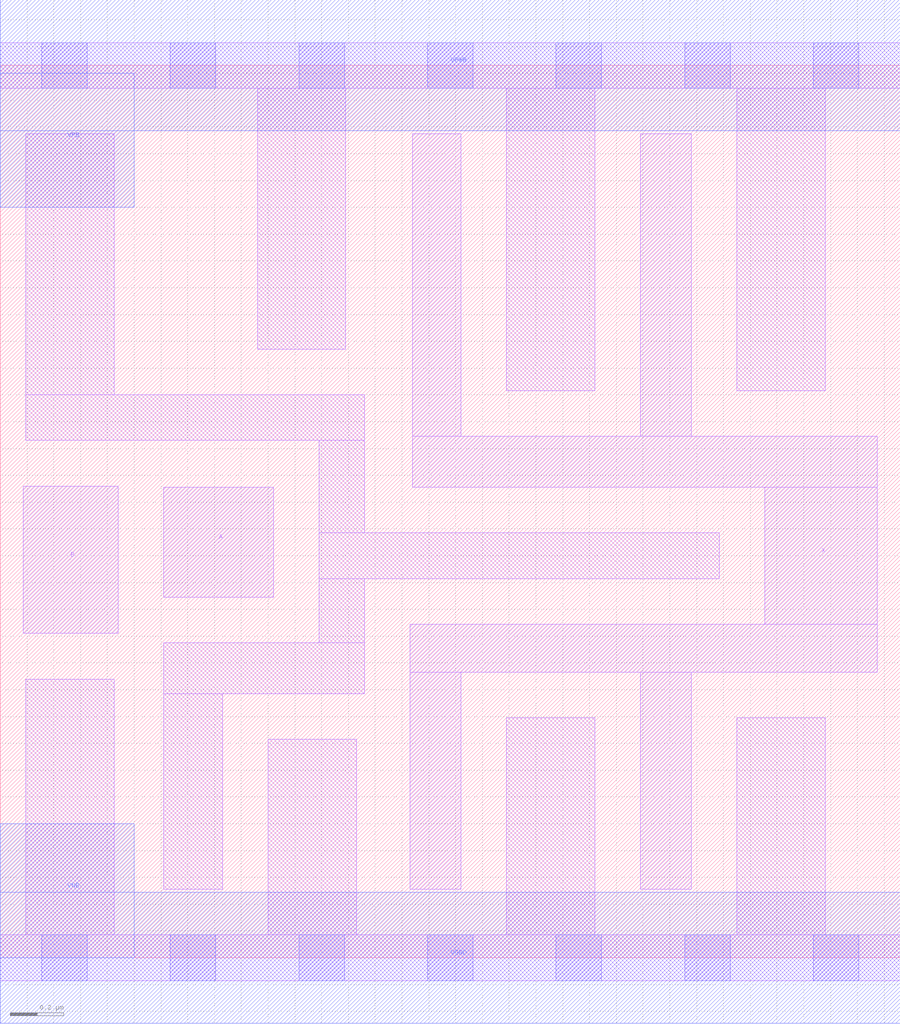
<source format=lef>
# Copyright 2020 The SkyWater PDK Authors
#
# Licensed under the Apache License, Version 2.0 (the "License");
# you may not use this file except in compliance with the License.
# You may obtain a copy of the License at
#
#     https://www.apache.org/licenses/LICENSE-2.0
#
# Unless required by applicable law or agreed to in writing, software
# distributed under the License is distributed on an "AS IS" BASIS,
# WITHOUT WARRANTIES OR CONDITIONS OF ANY KIND, either express or implied.
# See the License for the specific language governing permissions and
# limitations under the License.
#
# SPDX-License-Identifier: Apache-2.0

VERSION 5.5 ;
NAMESCASESENSITIVE ON ;
BUSBITCHARS "[]" ;
DIVIDERCHAR "/" ;
MACRO sky130_fd_sc_lp__or2_4
  CLASS CORE ;
  SOURCE USER ;
  ORIGIN  0.000000  0.000000 ;
  SIZE  3.360000 BY  3.330000 ;
  SYMMETRY X Y R90 ;
  SITE unit ;
  PIN A
    ANTENNAGATEAREA  0.315000 ;
    DIRECTION INPUT ;
    USE SIGNAL ;
    PORT
      LAYER li1 ;
        RECT 0.610000 1.345000 1.020000 1.755000 ;
    END
  END A
  PIN B
    ANTENNAGATEAREA  0.315000 ;
    DIRECTION INPUT ;
    USE SIGNAL ;
    PORT
      LAYER li1 ;
        RECT 0.085000 1.210000 0.440000 1.760000 ;
    END
  END B
  PIN X
    ANTENNADIFFAREA  1.176000 ;
    DIRECTION OUTPUT ;
    USE SIGNAL ;
    PORT
      LAYER li1 ;
        RECT 1.530000 0.255000 1.720000 1.065000 ;
        RECT 1.530000 1.065000 3.275000 1.245000 ;
        RECT 1.540000 1.755000 3.275000 1.945000 ;
        RECT 1.540000 1.945000 1.720000 3.075000 ;
        RECT 2.390000 0.255000 2.580000 1.065000 ;
        RECT 2.390000 1.945000 2.580000 3.075000 ;
        RECT 2.855000 1.245000 3.275000 1.755000 ;
    END
  END X
  PIN VGND
    DIRECTION INOUT ;
    USE GROUND ;
    PORT
      LAYER met1 ;
        RECT 0.000000 -0.245000 3.360000 0.245000 ;
    END
  END VGND
  PIN VNB
    DIRECTION INOUT ;
    USE GROUND ;
    PORT
      LAYER met1 ;
        RECT 0.000000 0.000000 0.500000 0.500000 ;
    END
  END VNB
  PIN VPB
    DIRECTION INOUT ;
    USE POWER ;
    PORT
      LAYER met1 ;
        RECT 0.000000 2.800000 0.500000 3.300000 ;
    END
  END VPB
  PIN VPWR
    DIRECTION INOUT ;
    USE POWER ;
    PORT
      LAYER met1 ;
        RECT 0.000000 3.085000 3.360000 3.575000 ;
    END
  END VPWR
  OBS
    LAYER li1 ;
      RECT 0.000000 -0.085000 3.360000 0.085000 ;
      RECT 0.000000  3.245000 3.360000 3.415000 ;
      RECT 0.095000  0.085000 0.425000 1.040000 ;
      RECT 0.095000  1.930000 1.360000 2.100000 ;
      RECT 0.095000  2.100000 0.425000 3.075000 ;
      RECT 0.610000  0.255000 0.830000 0.985000 ;
      RECT 0.610000  0.985000 1.360000 1.175000 ;
      RECT 0.960000  2.270000 1.290000 3.245000 ;
      RECT 1.000000  0.085000 1.330000 0.815000 ;
      RECT 1.190000  1.175000 1.360000 1.415000 ;
      RECT 1.190000  1.415000 2.685000 1.585000 ;
      RECT 1.190000  1.585000 1.360000 1.930000 ;
      RECT 1.890000  0.085000 2.220000 0.895000 ;
      RECT 1.890000  2.115000 2.220000 3.245000 ;
      RECT 2.750000  0.085000 3.080000 0.895000 ;
      RECT 2.750000  2.115000 3.080000 3.245000 ;
    LAYER mcon ;
      RECT 0.155000 -0.085000 0.325000 0.085000 ;
      RECT 0.155000  3.245000 0.325000 3.415000 ;
      RECT 0.635000 -0.085000 0.805000 0.085000 ;
      RECT 0.635000  3.245000 0.805000 3.415000 ;
      RECT 1.115000 -0.085000 1.285000 0.085000 ;
      RECT 1.115000  3.245000 1.285000 3.415000 ;
      RECT 1.595000 -0.085000 1.765000 0.085000 ;
      RECT 1.595000  3.245000 1.765000 3.415000 ;
      RECT 2.075000 -0.085000 2.245000 0.085000 ;
      RECT 2.075000  3.245000 2.245000 3.415000 ;
      RECT 2.555000 -0.085000 2.725000 0.085000 ;
      RECT 2.555000  3.245000 2.725000 3.415000 ;
      RECT 3.035000 -0.085000 3.205000 0.085000 ;
      RECT 3.035000  3.245000 3.205000 3.415000 ;
  END
END sky130_fd_sc_lp__or2_4
END LIBRARY

</source>
